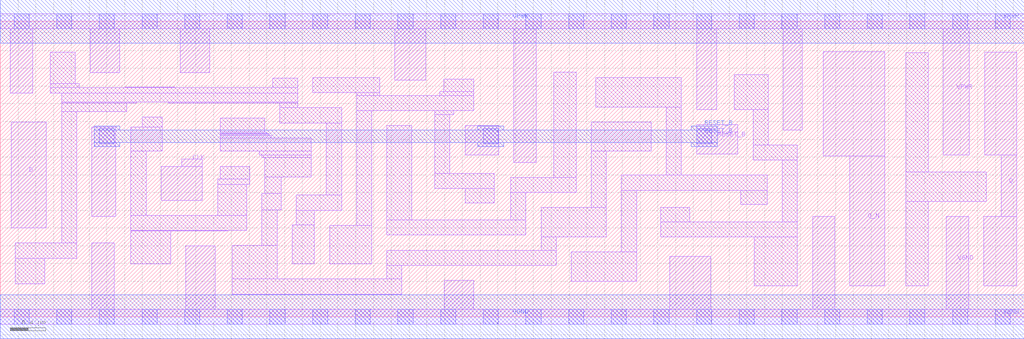
<source format=lef>
# Copyright 2020 The SkyWater PDK Authors
#
# Licensed under the Apache License, Version 2.0 (the "License");
# you may not use this file except in compliance with the License.
# You may obtain a copy of the License at
#
#     https://www.apache.org/licenses/LICENSE-2.0
#
# Unless required by applicable law or agreed to in writing, software
# distributed under the License is distributed on an "AS IS" BASIS,
# WITHOUT WARRANTIES OR CONDITIONS OF ANY KIND, either express or implied.
# See the License for the specific language governing permissions and
# limitations under the License.
#
# SPDX-License-Identifier: Apache-2.0

VERSION 5.7 ;
  NAMESCASESENSITIVE ON ;
  NOWIREEXTENSIONATPIN ON ;
  DIVIDERCHAR "/" ;
  BUSBITCHARS "[]" ;
UNITS
  DATABASE MICRONS 200 ;
END UNITS
MACRO sky130_fd_sc_ls__dfrbp_1
  CLASS CORE ;
  SOURCE USER ;
  FOREIGN sky130_fd_sc_ls__dfrbp_1 ;
  ORIGIN  0.000000  0.000000 ;
  SIZE  11.52000 BY  3.330000 ;
  SYMMETRY X Y R90 ;
  SITE unit ;
  PIN D
    ANTENNAGATEAREA  0.126000 ;
    DIRECTION INPUT ;
    USE SIGNAL ;
    PORT
      LAYER li1 ;
        RECT 0.125000 1.000000 0.520000 2.195000 ;
    END
  END D
  PIN Q
    ANTENNADIFFAREA  0.541300 ;
    DIRECTION OUTPUT ;
    USE SIGNAL ;
    PORT
      LAYER li1 ;
        RECT 11.065000 0.350000 11.435000 1.130000 ;
        RECT 11.075000 1.820000 11.435000 2.980000 ;
        RECT 11.265000 1.130000 11.435000 1.820000 ;
    END
  END Q
  PIN Q_N
    ANTENNADIFFAREA  0.951500 ;
    DIRECTION OUTPUT ;
    USE SIGNAL ;
    PORT
      LAYER li1 ;
        RECT 9.260000 1.810000 9.950000 2.985000 ;
        RECT 9.560000 0.350000 9.950000 1.810000 ;
    END
  END Q_N
  PIN RESET_B
    ANTENNAGATEAREA  0.378000 ;
    DIRECTION INPUT ;
    USE SIGNAL ;
    PORT
      LAYER li1 ;
        RECT 1.030000 1.130000 1.300000 2.140000 ;
        RECT 5.230000 1.825000 5.610000 2.155000 ;
        RECT 7.835000 1.835000 8.300000 2.165000 ;
      LAYER mcon ;
        RECT 1.115000 1.950000 1.285000 2.120000 ;
        RECT 5.435000 1.950000 5.605000 2.120000 ;
        RECT 7.835000 1.950000 8.005000 2.120000 ;
      LAYER met1 ;
        RECT 1.055000 1.920000 1.345000 1.965000 ;
        RECT 1.055000 1.965000 8.065000 2.105000 ;
        RECT 1.055000 2.105000 1.345000 2.150000 ;
        RECT 5.375000 1.920000 5.665000 1.965000 ;
        RECT 5.375000 2.105000 5.665000 2.150000 ;
        RECT 7.775000 1.920000 8.065000 1.965000 ;
        RECT 7.775000 2.105000 8.065000 2.150000 ;
    END
  END RESET_B
  PIN CLK
    ANTENNAGATEAREA  0.261000 ;
    DIRECTION INPUT ;
    USE CLOCK ;
    PORT
      LAYER li1 ;
        RECT 1.810000 1.310000 2.275000 1.695000 ;
        RECT 2.045000 1.695000 2.275000 1.780000 ;
    END
  END CLK
  PIN VGND
    DIRECTION INOUT ;
    SHAPE ABUTMENT ;
    USE GROUND ;
    PORT
      LAYER li1 ;
        RECT  0.000000 -0.085000 11.520000 0.085000 ;
        RECT  1.030000  0.085000  1.280000 0.830000 ;
        RECT  2.090000  0.085000  2.420000 0.800000 ;
        RECT  4.995000  0.085000  5.325000 0.410000 ;
        RECT  7.535000  0.085000  7.995000 0.680000 ;
        RECT  9.140000  0.085000  9.390000 1.130000 ;
        RECT 10.645000  0.085000 10.895000 1.130000 ;
      LAYER mcon ;
        RECT  0.155000 -0.085000  0.325000 0.085000 ;
        RECT  0.635000 -0.085000  0.805000 0.085000 ;
        RECT  1.115000 -0.085000  1.285000 0.085000 ;
        RECT  1.595000 -0.085000  1.765000 0.085000 ;
        RECT  2.075000 -0.085000  2.245000 0.085000 ;
        RECT  2.555000 -0.085000  2.725000 0.085000 ;
        RECT  3.035000 -0.085000  3.205000 0.085000 ;
        RECT  3.515000 -0.085000  3.685000 0.085000 ;
        RECT  3.995000 -0.085000  4.165000 0.085000 ;
        RECT  4.475000 -0.085000  4.645000 0.085000 ;
        RECT  4.955000 -0.085000  5.125000 0.085000 ;
        RECT  5.435000 -0.085000  5.605000 0.085000 ;
        RECT  5.915000 -0.085000  6.085000 0.085000 ;
        RECT  6.395000 -0.085000  6.565000 0.085000 ;
        RECT  6.875000 -0.085000  7.045000 0.085000 ;
        RECT  7.355000 -0.085000  7.525000 0.085000 ;
        RECT  7.835000 -0.085000  8.005000 0.085000 ;
        RECT  8.315000 -0.085000  8.485000 0.085000 ;
        RECT  8.795000 -0.085000  8.965000 0.085000 ;
        RECT  9.275000 -0.085000  9.445000 0.085000 ;
        RECT  9.755000 -0.085000  9.925000 0.085000 ;
        RECT 10.235000 -0.085000 10.405000 0.085000 ;
        RECT 10.715000 -0.085000 10.885000 0.085000 ;
        RECT 11.195000 -0.085000 11.365000 0.085000 ;
      LAYER met1 ;
        RECT 0.000000 -0.245000 11.520000 0.245000 ;
    END
  END VGND
  PIN VPWR
    DIRECTION INOUT ;
    SHAPE ABUTMENT ;
    USE POWER ;
    PORT
      LAYER li1 ;
        RECT  0.000000 3.245000 11.520000 3.415000 ;
        RECT  0.115000 2.520000  0.365000 3.245000 ;
        RECT  1.015000 2.750000  1.345000 3.245000 ;
        RECT  2.025000 2.750000  2.355000 3.245000 ;
        RECT  4.440000 2.665000  4.785000 3.245000 ;
        RECT  5.780000 1.740000  6.030000 3.245000 ;
        RECT  7.835000 2.335000  8.060000 3.245000 ;
        RECT  8.810000 2.105000  9.025000 3.245000 ;
        RECT 10.610000 1.820000 10.905000 3.245000 ;
      LAYER mcon ;
        RECT  0.155000 3.245000  0.325000 3.415000 ;
        RECT  0.635000 3.245000  0.805000 3.415000 ;
        RECT  1.115000 3.245000  1.285000 3.415000 ;
        RECT  1.595000 3.245000  1.765000 3.415000 ;
        RECT  2.075000 3.245000  2.245000 3.415000 ;
        RECT  2.555000 3.245000  2.725000 3.415000 ;
        RECT  3.035000 3.245000  3.205000 3.415000 ;
        RECT  3.515000 3.245000  3.685000 3.415000 ;
        RECT  3.995000 3.245000  4.165000 3.415000 ;
        RECT  4.475000 3.245000  4.645000 3.415000 ;
        RECT  4.955000 3.245000  5.125000 3.415000 ;
        RECT  5.435000 3.245000  5.605000 3.415000 ;
        RECT  5.915000 3.245000  6.085000 3.415000 ;
        RECT  6.395000 3.245000  6.565000 3.415000 ;
        RECT  6.875000 3.245000  7.045000 3.415000 ;
        RECT  7.355000 3.245000  7.525000 3.415000 ;
        RECT  7.835000 3.245000  8.005000 3.415000 ;
        RECT  8.315000 3.245000  8.485000 3.415000 ;
        RECT  8.795000 3.245000  8.965000 3.415000 ;
        RECT  9.275000 3.245000  9.445000 3.415000 ;
        RECT  9.755000 3.245000  9.925000 3.415000 ;
        RECT 10.235000 3.245000 10.405000 3.415000 ;
        RECT 10.715000 3.245000 10.885000 3.415000 ;
        RECT 11.195000 3.245000 11.365000 3.415000 ;
      LAYER met1 ;
        RECT 0.000000 3.085000 11.520000 3.575000 ;
    END
  END VPWR
  OBS
    LAYER li1 ;
      RECT  0.170000 0.370000  0.500000 0.660000 ;
      RECT  0.170000 0.660000  0.860000 0.830000 ;
      RECT  0.565000 2.520000  3.345000 2.580000 ;
      RECT  0.565000 2.580000  0.890000 2.630000 ;
      RECT  0.565000 2.630000  0.845000 2.980000 ;
      RECT  0.690000 0.830000  0.860000 2.310000 ;
      RECT  0.690000 2.310000  1.425000 2.410000 ;
      RECT  0.690000 2.410000  1.530000 2.420000 ;
      RECT  0.690000 2.420000  3.345000 2.520000 ;
      RECT  1.405000 2.580000  1.965000 2.590000 ;
      RECT  1.470000 0.595000  1.920000 0.970000 ;
      RECT  1.470000 0.970000  2.560000 0.975000 ;
      RECT  1.470000 0.975000  2.775000 1.140000 ;
      RECT  1.470000 1.140000  1.640000 1.865000 ;
      RECT  1.470000 1.865000  1.825000 2.140000 ;
      RECT  1.595000 2.140000  1.825000 2.250000 ;
      RECT  1.890000 2.410000  3.345000 2.420000 ;
      RECT  2.445000 1.140000  2.775000 1.490000 ;
      RECT  2.445000 1.490000  2.805000 1.550000 ;
      RECT  2.475000 1.550000  2.805000 1.695000 ;
      RECT  2.475000 1.865000  3.500000 2.015000 ;
      RECT  2.475000 2.015000  3.050000 2.040000 ;
      RECT  2.475000 2.040000  3.025000 2.060000 ;
      RECT  2.475000 2.060000  3.020000 2.065000 ;
      RECT  2.475000 2.065000  3.000000 2.080000 ;
      RECT  2.475000 2.080000  2.975000 2.240000 ;
      RECT  2.610000 0.255000  4.520000 0.425000 ;
      RECT  2.610000 0.425000  3.115000 0.805000 ;
      RECT  2.915000 1.825000  3.500000 1.865000 ;
      RECT  2.945000 0.805000  3.115000 1.205000 ;
      RECT  2.945000 1.205000  3.160000 1.390000 ;
      RECT  2.945000 1.795000  3.500000 1.825000 ;
      RECT  2.975000 1.390000  3.160000 1.575000 ;
      RECT  2.975000 1.575000  3.500000 1.795000 ;
      RECT  3.065000 2.580000  3.345000 2.690000 ;
      RECT  3.145000 2.185000  3.840000 2.355000 ;
      RECT  3.145000 2.355000  3.345000 2.410000 ;
      RECT  3.285000 0.595000  3.535000 1.035000 ;
      RECT  3.330000 1.035000  3.535000 1.200000 ;
      RECT  3.330000 1.200000  3.840000 1.370000 ;
      RECT  3.515000 2.525000  4.270000 2.695000 ;
      RECT  3.670000 1.370000  3.840000 2.185000 ;
      RECT  3.705000 0.595000  4.180000 1.030000 ;
      RECT  4.010000 1.030000  4.180000 2.325000 ;
      RECT  4.010000 2.325000  5.325000 2.495000 ;
      RECT  4.010000 2.495000  4.270000 2.525000 ;
      RECT  4.350000 0.425000  4.520000 0.580000 ;
      RECT  4.350000 0.580000  6.255000 0.750000 ;
      RECT  4.350000 0.920000  5.915000 1.090000 ;
      RECT  4.350000 1.090000  4.630000 2.155000 ;
      RECT  4.890000 1.445000  5.560000 1.615000 ;
      RECT  4.890000 1.615000  5.060000 2.280000 ;
      RECT  4.890000 2.280000  5.105000 2.325000 ;
      RECT  4.945000 2.495000  5.325000 2.540000 ;
      RECT  4.990000 2.540000  5.325000 2.680000 ;
      RECT  5.230000 1.285000  5.560000 1.445000 ;
      RECT  5.745000 1.090000  5.915000 1.400000 ;
      RECT  5.745000 1.400000  6.480000 1.570000 ;
      RECT  6.085000 0.750000  6.255000 0.900000 ;
      RECT  6.085000 0.900000  6.820000 1.230000 ;
      RECT  6.230000 1.570000  6.480000 2.755000 ;
      RECT  6.425000 0.400000  7.160000 0.730000 ;
      RECT  6.650000 1.230000  6.820000 1.865000 ;
      RECT  6.650000 1.865000  7.325000 2.195000 ;
      RECT  6.700000 2.365000  7.665000 2.695000 ;
      RECT  6.990000 0.730000  7.160000 1.425000 ;
      RECT  6.990000 1.425000  8.630000 1.595000 ;
      RECT  7.430000 0.900000  8.970000 1.070000 ;
      RECT  7.430000 1.070000  7.760000 1.230000 ;
      RECT  7.495000 1.595000  7.665000 2.365000 ;
      RECT  8.260000 2.335000  8.640000 2.730000 ;
      RECT  8.330000 1.265000  8.630000 1.425000 ;
      RECT  8.470000 1.765000  8.970000 1.935000 ;
      RECT  8.470000 1.935000  8.640000 2.335000 ;
      RECT  8.485000 0.350000  8.970000 0.900000 ;
      RECT  8.800000 1.070000  8.970000 1.765000 ;
      RECT 10.190000 0.350000 10.440000 1.300000 ;
      RECT 10.190000 1.300000 11.095000 1.630000 ;
      RECT 10.190000 1.630000 10.440000 2.975000 ;
  END
END sky130_fd_sc_ls__dfrbp_1

</source>
